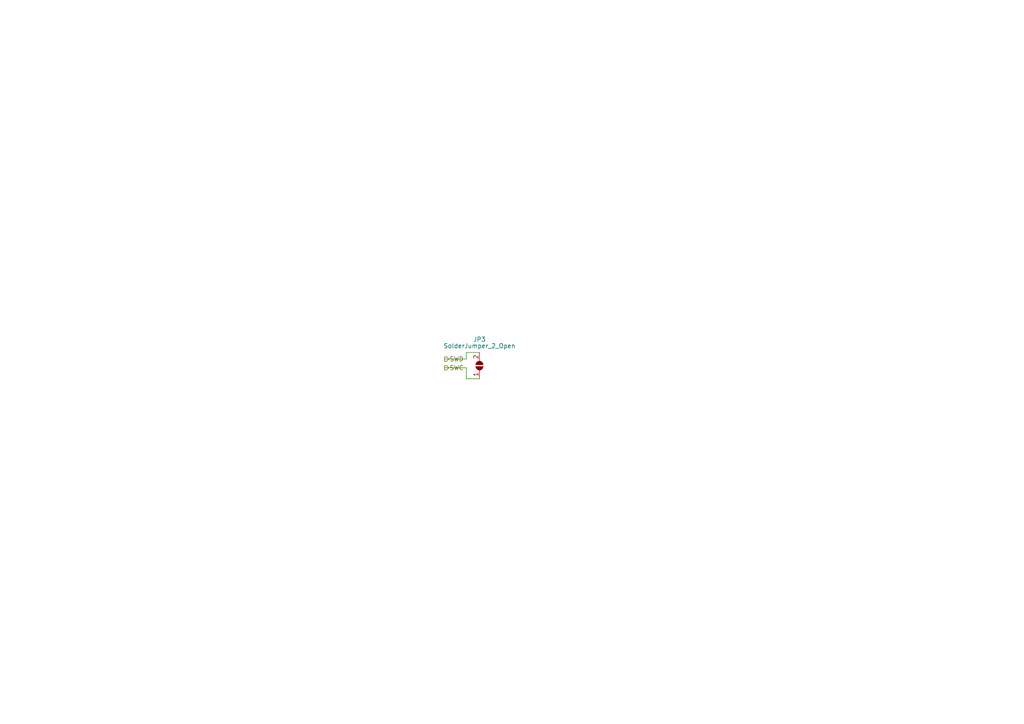
<source format=kicad_sch>
(kicad_sch (version 20211123) (generator eeschema)
  (paper "A4")
  (lib_symbols
    (symbol "Jumper:SolderJumper_2_Open" (pin_names (offset 0) hide)
      (property "Reference" "JP" (at 0 2.032 0))
      (property "Value" "SolderJumper_2_Open" (at 0 -2.54 0))
      (symbol "SolderJumper_2_Open_0_1"
        (arc (start -0.254 1.016) (mid -1.27 0) (end -0.254 -1.016))
        (arc (start -0.254 1.016) (mid -1.27 0) (end -0.254 -1.016) (fill (type outline)))
        (polyline (pts (xy -0.254 1.016) (xy -0.254 -1.016)))
        (polyline (pts (xy 0.254 1.016) (xy 0.254 -1.016)))
        (arc (start 0.254 -1.016) (mid 1.27 0) (end 0.254 1.016))
        (arc (start 0.254 -1.016) (mid 1.27 0) (end 0.254 1.016) (fill (type outline)))
      )
      (symbol "SolderJumper_2_Open_1_1"
        (pin passive line (at -3.81 0 0) (length 2.54) (name "A") (number "1"))
        (pin passive line (at 3.81 0 180) (length 2.54) (name "B") (number "2"))
      )
    )
  )
  (wire (pts (xy 128.905 104.14) (xy 135.255 104.14)))
  (wire (pts (xy 135.255 106.68) (xy 135.255 109.855)))
  (wire (pts (xy 135.255 104.14) (xy 135.255 102.235)))
  (wire (pts (xy 135.255 102.235) (xy 139.065 102.235)))
  (wire (pts (xy 135.255 109.855) (xy 139.065 109.855)))
  (wire (pts (xy 128.905 106.68) (xy 135.255 106.68)))
  (hierarchical_label "SWC" (shape output) (at 128.905 106.68 0))
  (hierarchical_label "SWD" (shape output) (at 128.905 104.14 0))
  (symbol (lib_id "Jumper:SolderJumper_2_Open") (at 139.065 106.045 270) (mirror x) (unit 1)
    (property "Reference" "JP3" (at 139.065 98.425 90))
    (property "Value" "SolderJumper_2_Open" (at 139.065 100.33 90))
    (property "Footprint" "Jumper:SolderJumper-2_P1.3mm_Open_RoundedPad1.0x1.5mm" (effects hide))
  )
)
</source>
